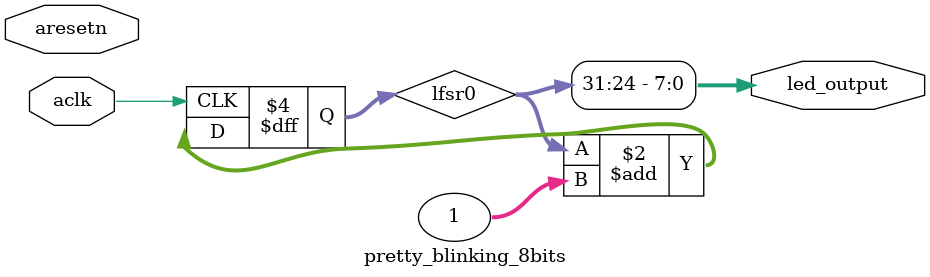
<source format=v>
module pretty_blinking_8bits(
	input	wire			aresetn,
	input	wire			aclk,
	output	wire [7:0]		led_output
); 

reg	[31:0]	lfsr0;
// reg	[7:0]	lfsr;
// reg	[7:0]	lfsr2;
// reg	[7:0]	lfsr3;
initial lfsr0 = 0;
always @(posedge aclk) begin
	lfsr0		<=	lfsr0 + 1;
end

// always @(posedge aclk) begin
// 	if (~|lfsr2) begin
// 		lfsr2		<=	8'h0;
// 	end else if(&lfsr) begin
// 		lfsr2	<=	lfsr2 + 1;
// 	end
// end

// always @(posedge aclk) begin
// 	if (~|lfsr3) begin
// 		lfsr3		<=	8'h0;
// 	end else if(&lfsr2) begin
// 		lfsr3	<=	lfsr3 + 1;
// 	end
// end

assign	led_output	= lfsr0[31:24];
// assign	unused		= aresetn;
endmodule
</source>
